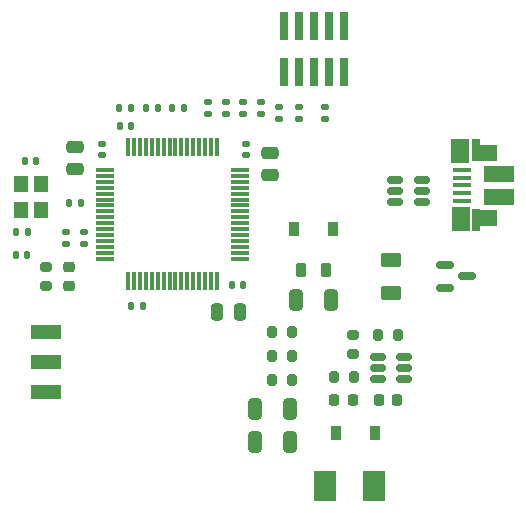
<source format=gbr>
%TF.GenerationSoftware,KiCad,Pcbnew,(6.0.6)*%
%TF.CreationDate,2023-01-10T19:01:41-05:00*%
%TF.ProjectId,STM32F4_REV1,53544d33-3246-4345-9f52-4556312e6b69,rev?*%
%TF.SameCoordinates,Original*%
%TF.FileFunction,Paste,Top*%
%TF.FilePolarity,Positive*%
%FSLAX46Y46*%
G04 Gerber Fmt 4.6, Leading zero omitted, Abs format (unit mm)*
G04 Created by KiCad (PCBNEW (6.0.6)) date 2023-01-10 19:01:41*
%MOMM*%
%LPD*%
G01*
G04 APERTURE LIST*
G04 Aperture macros list*
%AMRoundRect*
0 Rectangle with rounded corners*
0 $1 Rounding radius*
0 $2 $3 $4 $5 $6 $7 $8 $9 X,Y pos of 4 corners*
0 Add a 4 corners polygon primitive as box body*
4,1,4,$2,$3,$4,$5,$6,$7,$8,$9,$2,$3,0*
0 Add four circle primitives for the rounded corners*
1,1,$1+$1,$2,$3*
1,1,$1+$1,$4,$5*
1,1,$1+$1,$6,$7*
1,1,$1+$1,$8,$9*
0 Add four rect primitives between the rounded corners*
20,1,$1+$1,$2,$3,$4,$5,0*
20,1,$1+$1,$4,$5,$6,$7,0*
20,1,$1+$1,$6,$7,$8,$9,0*
20,1,$1+$1,$8,$9,$2,$3,0*%
G04 Aperture macros list end*
%ADD10RoundRect,0.250000X-0.625000X0.375000X-0.625000X-0.375000X0.625000X-0.375000X0.625000X0.375000X0*%
%ADD11RoundRect,0.250000X0.475000X-0.250000X0.475000X0.250000X-0.475000X0.250000X-0.475000X-0.250000X0*%
%ADD12RoundRect,0.150000X0.512500X0.150000X-0.512500X0.150000X-0.512500X-0.150000X0.512500X-0.150000X0*%
%ADD13R,1.200000X1.400000*%
%ADD14RoundRect,0.075000X-0.700000X-0.075000X0.700000X-0.075000X0.700000X0.075000X-0.700000X0.075000X0*%
%ADD15RoundRect,0.075000X-0.075000X-0.700000X0.075000X-0.700000X0.075000X0.700000X-0.075000X0.700000X0*%
%ADD16RoundRect,0.140000X-0.140000X-0.170000X0.140000X-0.170000X0.140000X0.170000X-0.140000X0.170000X0*%
%ADD17RoundRect,0.135000X-0.185000X0.135000X-0.185000X-0.135000X0.185000X-0.135000X0.185000X0.135000X0*%
%ADD18RoundRect,0.200000X0.200000X0.275000X-0.200000X0.275000X-0.200000X-0.275000X0.200000X-0.275000X0*%
%ADD19RoundRect,0.250000X-0.325000X-0.650000X0.325000X-0.650000X0.325000X0.650000X-0.325000X0.650000X0*%
%ADD20RoundRect,0.135000X0.135000X0.185000X-0.135000X0.185000X-0.135000X-0.185000X0.135000X-0.185000X0*%
%ADD21RoundRect,0.135000X0.185000X-0.135000X0.185000X0.135000X-0.185000X0.135000X-0.185000X-0.135000X0*%
%ADD22R,0.740000X2.400000*%
%ADD23RoundRect,0.140000X0.170000X-0.140000X0.170000X0.140000X-0.170000X0.140000X-0.170000X-0.140000X0*%
%ADD24R,2.500000X1.250000*%
%ADD25RoundRect,0.140000X0.140000X0.170000X-0.140000X0.170000X-0.140000X-0.170000X0.140000X-0.170000X0*%
%ADD26R,1.900000X2.500000*%
%ADD27RoundRect,0.140000X-0.170000X0.140000X-0.170000X-0.140000X0.170000X-0.140000X0.170000X0.140000X0*%
%ADD28RoundRect,0.200000X-0.275000X0.200000X-0.275000X-0.200000X0.275000X-0.200000X0.275000X0.200000X0*%
%ADD29RoundRect,0.200000X0.275000X-0.200000X0.275000X0.200000X-0.275000X0.200000X-0.275000X-0.200000X0*%
%ADD30RoundRect,0.225000X-0.225000X-0.250000X0.225000X-0.250000X0.225000X0.250000X-0.225000X0.250000X0*%
%ADD31R,1.650000X0.400000*%
%ADD32R,2.000000X1.350000*%
%ADD33R,2.500000X1.430000*%
%ADD34R,0.700000X1.825000*%
%ADD35R,1.500000X2.000000*%
%ADD36RoundRect,0.150000X-0.587500X-0.150000X0.587500X-0.150000X0.587500X0.150000X-0.587500X0.150000X0*%
%ADD37RoundRect,0.200000X-0.200000X-0.275000X0.200000X-0.275000X0.200000X0.275000X-0.200000X0.275000X0*%
%ADD38RoundRect,0.250000X-0.250000X-0.475000X0.250000X-0.475000X0.250000X0.475000X-0.250000X0.475000X0*%
%ADD39R,0.900000X1.200000*%
%ADD40RoundRect,0.218750X0.218750X0.256250X-0.218750X0.256250X-0.218750X-0.256250X0.218750X-0.256250X0*%
%ADD41RoundRect,0.147500X-0.147500X-0.172500X0.147500X-0.172500X0.147500X0.172500X-0.147500X0.172500X0*%
%ADD42RoundRect,0.250000X0.325000X0.650000X-0.325000X0.650000X-0.325000X-0.650000X0.325000X-0.650000X0*%
%ADD43RoundRect,0.135000X-0.135000X-0.185000X0.135000X-0.185000X0.135000X0.185000X-0.135000X0.185000X0*%
%ADD44RoundRect,0.218750X0.256250X-0.218750X0.256250X0.218750X-0.256250X0.218750X-0.256250X-0.218750X0*%
%ADD45RoundRect,0.218750X0.218750X0.381250X-0.218750X0.381250X-0.218750X-0.381250X0.218750X-0.381250X0*%
G04 APERTURE END LIST*
D10*
%TO.C,F1*%
X152500000Y-104850000D03*
X152500000Y-107650000D03*
%TD*%
D11*
%TO.C,C14*%
X142250000Y-97700000D03*
X142250000Y-95800000D03*
%TD*%
D12*
%TO.C,U3*%
X155137500Y-99950000D03*
X155137500Y-99000000D03*
X155137500Y-98050000D03*
X152862500Y-98050000D03*
X152862500Y-99000000D03*
X152862500Y-99950000D03*
%TD*%
D13*
%TO.C,Y1*%
X121150000Y-98400000D03*
X121150000Y-100600000D03*
X122850000Y-100600000D03*
X122850000Y-98400000D03*
%TD*%
D14*
%TO.C,U2*%
X128325000Y-97250000D03*
X128325000Y-97750000D03*
X128325000Y-98250000D03*
X128325000Y-98750000D03*
X128325000Y-99250000D03*
X128325000Y-99750000D03*
X128325000Y-100250000D03*
X128325000Y-100750000D03*
X128325000Y-101250000D03*
X128325000Y-101750000D03*
X128325000Y-102250000D03*
X128325000Y-102750000D03*
X128325000Y-103250000D03*
X128325000Y-103750000D03*
X128325000Y-104250000D03*
X128325000Y-104750000D03*
D15*
X130250000Y-106675000D03*
X130750000Y-106675000D03*
X131250000Y-106675000D03*
X131750000Y-106675000D03*
X132250000Y-106675000D03*
X132750000Y-106675000D03*
X133250000Y-106675000D03*
X133750000Y-106675000D03*
X134250000Y-106675000D03*
X134750000Y-106675000D03*
X135250000Y-106675000D03*
X135750000Y-106675000D03*
X136250000Y-106675000D03*
X136750000Y-106675000D03*
X137250000Y-106675000D03*
X137750000Y-106675000D03*
D14*
X139675000Y-104750000D03*
X139675000Y-104250000D03*
X139675000Y-103750000D03*
X139675000Y-103250000D03*
X139675000Y-102750000D03*
X139675000Y-102250000D03*
X139675000Y-101750000D03*
X139675000Y-101250000D03*
X139675000Y-100750000D03*
X139675000Y-100250000D03*
X139675000Y-99750000D03*
X139675000Y-99250000D03*
X139675000Y-98750000D03*
X139675000Y-98250000D03*
X139675000Y-97750000D03*
X139675000Y-97250000D03*
D15*
X137750000Y-95325000D03*
X137250000Y-95325000D03*
X136750000Y-95325000D03*
X136250000Y-95325000D03*
X135750000Y-95325000D03*
X135250000Y-95325000D03*
X134750000Y-95325000D03*
X134250000Y-95325000D03*
X133750000Y-95325000D03*
X133250000Y-95325000D03*
X132750000Y-95325000D03*
X132250000Y-95325000D03*
X131750000Y-95325000D03*
X131250000Y-95325000D03*
X130750000Y-95325000D03*
X130250000Y-95325000D03*
%TD*%
D16*
%TO.C,C8*%
X139020000Y-107000000D03*
X139980000Y-107000000D03*
%TD*%
D17*
%TO.C,R10*%
X146930000Y-91910000D03*
X146930000Y-92930000D03*
%TD*%
D18*
%TO.C,R6*%
X149325000Y-114750000D03*
X147675000Y-114750000D03*
%TD*%
D19*
%TO.C,C4*%
X144462500Y-108250000D03*
X147412500Y-108250000D03*
%TD*%
D16*
%TO.C,C15*%
X121520000Y-96500000D03*
X122480000Y-96500000D03*
%TD*%
D20*
%TO.C,R16*%
X135010000Y-92000000D03*
X133990000Y-92000000D03*
%TD*%
D17*
%TO.C,R11*%
X140000000Y-91490000D03*
X140000000Y-92510000D03*
%TD*%
D18*
%TO.C,R2*%
X153075000Y-111250000D03*
X151425000Y-111250000D03*
%TD*%
D11*
%TO.C,C5*%
X125750000Y-97200000D03*
X125750000Y-95300000D03*
%TD*%
D21*
%TO.C,R8*%
X141500000Y-92510000D03*
X141500000Y-91490000D03*
%TD*%
D22*
%TO.C,J2*%
X148540000Y-85050000D03*
X148540000Y-88950000D03*
X147270000Y-85050000D03*
X147270000Y-88950000D03*
X146000000Y-85050000D03*
X146000000Y-88950000D03*
X144730000Y-85050000D03*
X144730000Y-88950000D03*
X143460000Y-85050000D03*
X143460000Y-88950000D03*
%TD*%
D23*
%TO.C,C9*%
X140250000Y-95980000D03*
X140250000Y-95020000D03*
%TD*%
D21*
%TO.C,R9*%
X137000000Y-92510000D03*
X137000000Y-91490000D03*
%TD*%
D16*
%TO.C,C10*%
X129520000Y-93500000D03*
X130480000Y-93500000D03*
%TD*%
D17*
%TO.C,R13*%
X143040000Y-91920000D03*
X143040000Y-92940000D03*
%TD*%
D24*
%TO.C,SW1*%
X123250000Y-111000000D03*
X123250000Y-113500000D03*
X123250000Y-116000000D03*
%TD*%
D25*
%TO.C,C16*%
X121730000Y-102500000D03*
X120770000Y-102500000D03*
%TD*%
D20*
%TO.C,R15*%
X126260000Y-100000000D03*
X125240000Y-100000000D03*
%TD*%
D26*
%TO.C,L1*%
X151050000Y-124000000D03*
X146950000Y-124000000D03*
%TD*%
D27*
%TO.C,C11*%
X125000000Y-102520000D03*
X125000000Y-103480000D03*
%TD*%
D28*
%TO.C,R4*%
X149250000Y-111175000D03*
X149250000Y-112825000D03*
%TD*%
D27*
%TO.C,C12*%
X126500000Y-102520000D03*
X126500000Y-103480000D03*
%TD*%
D29*
%TO.C,R18*%
X123250000Y-107075000D03*
X123250000Y-105425000D03*
%TD*%
D23*
%TO.C,C6*%
X128000000Y-96000000D03*
X128000000Y-95040000D03*
%TD*%
D25*
%TO.C,C7*%
X131480000Y-108750000D03*
X130520000Y-108750000D03*
%TD*%
D30*
%TO.C,C1*%
X151475000Y-116750000D03*
X153025000Y-116750000D03*
%TD*%
D17*
%TO.C,R12*%
X138500000Y-91490000D03*
X138500000Y-92510000D03*
%TD*%
D31*
%TO.C,J5*%
X158495000Y-99845000D03*
X158495000Y-99195000D03*
X158495000Y-98545000D03*
X158495000Y-97895000D03*
X158495000Y-97245000D03*
D32*
X160445000Y-101275000D03*
D33*
X161645000Y-97585000D03*
D34*
X159695000Y-95545000D03*
D35*
X158395000Y-101395000D03*
D34*
X159695000Y-101495000D03*
D35*
X158375000Y-95645000D03*
D33*
X161645000Y-99505000D03*
D32*
X160445000Y-95795000D03*
%TD*%
D36*
%TO.C,Q1*%
X157062500Y-105300000D03*
X157062500Y-107200000D03*
X158937500Y-106250000D03*
%TD*%
D37*
%TO.C,R5*%
X142425000Y-111000000D03*
X144075000Y-111000000D03*
%TD*%
D38*
%TO.C,C13*%
X137800000Y-109250000D03*
X139700000Y-109250000D03*
%TD*%
D39*
%TO.C,D1*%
X144287500Y-102250000D03*
X147587500Y-102250000D03*
%TD*%
D40*
%TO.C,D3*%
X149287500Y-116750000D03*
X147712500Y-116750000D03*
%TD*%
D41*
%TO.C,L2*%
X120750000Y-104480000D03*
X121720000Y-104480000D03*
%TD*%
D42*
%TO.C,C2*%
X143975000Y-117500000D03*
X141025000Y-117500000D03*
%TD*%
D12*
%TO.C,U1*%
X153637500Y-114950000D03*
X153637500Y-114000000D03*
X153637500Y-113050000D03*
X151362500Y-113050000D03*
X151362500Y-114000000D03*
X151362500Y-114950000D03*
%TD*%
D43*
%TO.C,R17*%
X131740000Y-92000000D03*
X132760000Y-92000000D03*
%TD*%
D42*
%TO.C,C3*%
X143975000Y-120250000D03*
X141025000Y-120250000D03*
%TD*%
D44*
%TO.C,D4*%
X125250000Y-107037500D03*
X125250000Y-105462500D03*
%TD*%
D21*
%TO.C,R7*%
X144680000Y-92930000D03*
X144680000Y-91910000D03*
%TD*%
D39*
%TO.C,D2*%
X151150000Y-119500000D03*
X147850000Y-119500000D03*
%TD*%
D20*
%TO.C,R14*%
X130510000Y-92000000D03*
X129490000Y-92000000D03*
%TD*%
D45*
%TO.C,FB1*%
X147000000Y-105750000D03*
X144875000Y-105750000D03*
%TD*%
D18*
%TO.C,R3*%
X144075000Y-113000000D03*
X142425000Y-113000000D03*
%TD*%
D37*
%TO.C,R1*%
X142425000Y-115000000D03*
X144075000Y-115000000D03*
%TD*%
M02*

</source>
